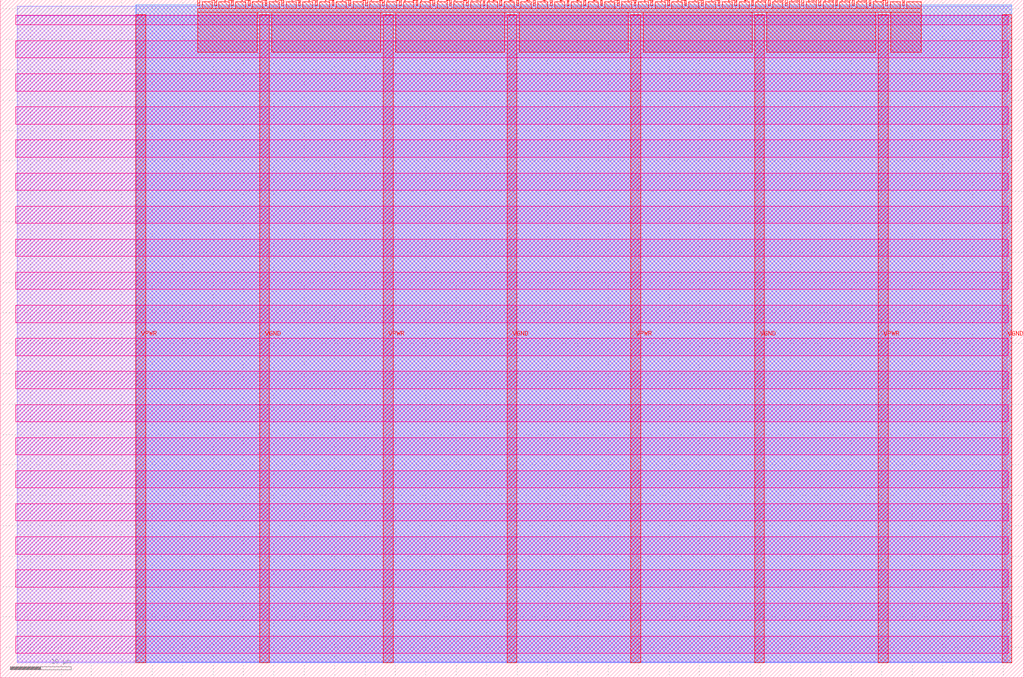
<source format=lef>
VERSION 5.7 ;
  NOWIREEXTENSIONATPIN ON ;
  DIVIDERCHAR "/" ;
  BUSBITCHARS "[]" ;
MACRO tt_um_BNNNeuron_dup
  CLASS BLOCK ;
  FOREIGN tt_um_BNNNeuron_dup ;
  ORIGIN 0.000 0.000 ;
  SIZE 168.360 BY 111.520 ;
  PIN VGND
    DIRECTION INOUT ;
    USE GROUND ;
    PORT
      LAYER met4 ;
        RECT 42.670 2.480 44.270 109.040 ;
    END
    PORT
      LAYER met4 ;
        RECT 83.380 2.480 84.980 109.040 ;
    END
    PORT
      LAYER met4 ;
        RECT 124.090 2.480 125.690 109.040 ;
    END
    PORT
      LAYER met4 ;
        RECT 164.800 2.480 166.400 109.040 ;
    END
  END VGND
  PIN VPWR
    DIRECTION INOUT ;
    USE POWER ;
    PORT
      LAYER met4 ;
        RECT 22.315 2.480 23.915 109.040 ;
    END
    PORT
      LAYER met4 ;
        RECT 63.025 2.480 64.625 109.040 ;
    END
    PORT
      LAYER met4 ;
        RECT 103.735 2.480 105.335 109.040 ;
    END
    PORT
      LAYER met4 ;
        RECT 144.445 2.480 146.045 109.040 ;
    END
  END VPWR
  PIN clk
    DIRECTION INPUT ;
    USE SIGNAL ;
    ANTENNAGATEAREA 0.852000 ;
    PORT
      LAYER met4 ;
        RECT 145.670 110.520 145.970 111.520 ;
    END
  END clk
  PIN ena
    DIRECTION INPUT ;
    USE SIGNAL ;
    ANTENNAGATEAREA 0.213000 ;
    PORT
      LAYER met4 ;
        RECT 148.430 110.520 148.730 111.520 ;
    END
  END ena
  PIN rst_n
    DIRECTION INPUT ;
    USE SIGNAL ;
    ANTENNAGATEAREA 0.247500 ;
    PORT
      LAYER met4 ;
        RECT 142.910 110.520 143.210 111.520 ;
    END
  END rst_n
  PIN ui_in[0]
    DIRECTION INPUT ;
    USE SIGNAL ;
    ANTENNAGATEAREA 0.196500 ;
    PORT
      LAYER met4 ;
        RECT 140.150 110.520 140.450 111.520 ;
    END
  END ui_in[0]
  PIN ui_in[1]
    DIRECTION INPUT ;
    USE SIGNAL ;
    ANTENNAGATEAREA 0.196500 ;
    PORT
      LAYER met4 ;
        RECT 137.390 110.520 137.690 111.520 ;
    END
  END ui_in[1]
  PIN ui_in[2]
    DIRECTION INPUT ;
    USE SIGNAL ;
    ANTENNAGATEAREA 0.196500 ;
    PORT
      LAYER met4 ;
        RECT 134.630 110.520 134.930 111.520 ;
    END
  END ui_in[2]
  PIN ui_in[3]
    DIRECTION INPUT ;
    USE SIGNAL ;
    ANTENNAGATEAREA 0.196500 ;
    PORT
      LAYER met4 ;
        RECT 131.870 110.520 132.170 111.520 ;
    END
  END ui_in[3]
  PIN ui_in[4]
    DIRECTION INPUT ;
    USE SIGNAL ;
    ANTENNAGATEAREA 0.196500 ;
    PORT
      LAYER met4 ;
        RECT 129.110 110.520 129.410 111.520 ;
    END
  END ui_in[4]
  PIN ui_in[5]
    DIRECTION INPUT ;
    USE SIGNAL ;
    ANTENNAGATEAREA 0.196500 ;
    PORT
      LAYER met4 ;
        RECT 126.350 110.520 126.650 111.520 ;
    END
  END ui_in[5]
  PIN ui_in[6]
    DIRECTION INPUT ;
    USE SIGNAL ;
    ANTENNAGATEAREA 0.196500 ;
    PORT
      LAYER met4 ;
        RECT 123.590 110.520 123.890 111.520 ;
    END
  END ui_in[6]
  PIN ui_in[7]
    DIRECTION INPUT ;
    USE SIGNAL ;
    ANTENNAGATEAREA 0.196500 ;
    PORT
      LAYER met4 ;
        RECT 120.830 110.520 121.130 111.520 ;
    END
  END ui_in[7]
  PIN uio_in[0]
    DIRECTION INPUT ;
    USE SIGNAL ;
    ANTENNAGATEAREA 0.196500 ;
    PORT
      LAYER met4 ;
        RECT 118.070 110.520 118.370 111.520 ;
    END
  END uio_in[0]
  PIN uio_in[1]
    DIRECTION INPUT ;
    USE SIGNAL ;
    ANTENNAGATEAREA 0.196500 ;
    PORT
      LAYER met4 ;
        RECT 115.310 110.520 115.610 111.520 ;
    END
  END uio_in[1]
  PIN uio_in[2]
    DIRECTION INPUT ;
    USE SIGNAL ;
    ANTENNAGATEAREA 0.196500 ;
    PORT
      LAYER met4 ;
        RECT 112.550 110.520 112.850 111.520 ;
    END
  END uio_in[2]
  PIN uio_in[3]
    DIRECTION INPUT ;
    USE SIGNAL ;
    ANTENNAGATEAREA 0.196500 ;
    PORT
      LAYER met4 ;
        RECT 109.790 110.520 110.090 111.520 ;
    END
  END uio_in[3]
  PIN uio_in[4]
    DIRECTION INPUT ;
    USE SIGNAL ;
    ANTENNAGATEAREA 0.196500 ;
    PORT
      LAYER met4 ;
        RECT 107.030 110.520 107.330 111.520 ;
    END
  END uio_in[4]
  PIN uio_in[5]
    DIRECTION INPUT ;
    USE SIGNAL ;
    ANTENNAGATEAREA 0.196500 ;
    PORT
      LAYER met4 ;
        RECT 104.270 110.520 104.570 111.520 ;
    END
  END uio_in[5]
  PIN uio_in[6]
    DIRECTION INPUT ;
    USE SIGNAL ;
    ANTENNAGATEAREA 0.196500 ;
    PORT
      LAYER met4 ;
        RECT 101.510 110.520 101.810 111.520 ;
    END
  END uio_in[6]
  PIN uio_in[7]
    DIRECTION INPUT ;
    USE SIGNAL ;
    ANTENNAGATEAREA 0.196500 ;
    PORT
      LAYER met4 ;
        RECT 98.750 110.520 99.050 111.520 ;
    END
  END uio_in[7]
  PIN uio_oe[0]
    DIRECTION OUTPUT TRISTATE ;
    USE SIGNAL ;
    PORT
      LAYER met4 ;
        RECT 51.830 110.520 52.130 111.520 ;
    END
  END uio_oe[0]
  PIN uio_oe[1]
    DIRECTION OUTPUT TRISTATE ;
    USE SIGNAL ;
    PORT
      LAYER met4 ;
        RECT 49.070 110.520 49.370 111.520 ;
    END
  END uio_oe[1]
  PIN uio_oe[2]
    DIRECTION OUTPUT TRISTATE ;
    USE SIGNAL ;
    PORT
      LAYER met4 ;
        RECT 46.310 110.520 46.610 111.520 ;
    END
  END uio_oe[2]
  PIN uio_oe[3]
    DIRECTION OUTPUT TRISTATE ;
    USE SIGNAL ;
    PORT
      LAYER met4 ;
        RECT 43.550 110.520 43.850 111.520 ;
    END
  END uio_oe[3]
  PIN uio_oe[4]
    DIRECTION OUTPUT TRISTATE ;
    USE SIGNAL ;
    PORT
      LAYER met4 ;
        RECT 40.790 110.520 41.090 111.520 ;
    END
  END uio_oe[4]
  PIN uio_oe[5]
    DIRECTION OUTPUT TRISTATE ;
    USE SIGNAL ;
    PORT
      LAYER met4 ;
        RECT 38.030 110.520 38.330 111.520 ;
    END
  END uio_oe[5]
  PIN uio_oe[6]
    DIRECTION OUTPUT TRISTATE ;
    USE SIGNAL ;
    PORT
      LAYER met4 ;
        RECT 35.270 110.520 35.570 111.520 ;
    END
  END uio_oe[6]
  PIN uio_oe[7]
    DIRECTION OUTPUT TRISTATE ;
    USE SIGNAL ;
    PORT
      LAYER met4 ;
        RECT 32.510 110.520 32.810 111.520 ;
    END
  END uio_oe[7]
  PIN uio_out[0]
    DIRECTION OUTPUT TRISTATE ;
    USE SIGNAL ;
    PORT
      LAYER met4 ;
        RECT 73.910 110.520 74.210 111.520 ;
    END
  END uio_out[0]
  PIN uio_out[1]
    DIRECTION OUTPUT TRISTATE ;
    USE SIGNAL ;
    PORT
      LAYER met4 ;
        RECT 71.150 110.520 71.450 111.520 ;
    END
  END uio_out[1]
  PIN uio_out[2]
    DIRECTION OUTPUT TRISTATE ;
    USE SIGNAL ;
    PORT
      LAYER met4 ;
        RECT 68.390 110.520 68.690 111.520 ;
    END
  END uio_out[2]
  PIN uio_out[3]
    DIRECTION OUTPUT TRISTATE ;
    USE SIGNAL ;
    PORT
      LAYER met4 ;
        RECT 65.630 110.520 65.930 111.520 ;
    END
  END uio_out[3]
  PIN uio_out[4]
    DIRECTION OUTPUT TRISTATE ;
    USE SIGNAL ;
    PORT
      LAYER met4 ;
        RECT 62.870 110.520 63.170 111.520 ;
    END
  END uio_out[4]
  PIN uio_out[5]
    DIRECTION OUTPUT TRISTATE ;
    USE SIGNAL ;
    PORT
      LAYER met4 ;
        RECT 60.110 110.520 60.410 111.520 ;
    END
  END uio_out[5]
  PIN uio_out[6]
    DIRECTION OUTPUT TRISTATE ;
    USE SIGNAL ;
    PORT
      LAYER met4 ;
        RECT 57.350 110.520 57.650 111.520 ;
    END
  END uio_out[6]
  PIN uio_out[7]
    DIRECTION OUTPUT TRISTATE ;
    USE SIGNAL ;
    PORT
      LAYER met4 ;
        RECT 54.590 110.520 54.890 111.520 ;
    END
  END uio_out[7]
  PIN uo_out[0]
    DIRECTION OUTPUT TRISTATE ;
    USE SIGNAL ;
    PORT
      LAYER met4 ;
        RECT 95.990 110.520 96.290 111.520 ;
    END
  END uo_out[0]
  PIN uo_out[1]
    DIRECTION OUTPUT TRISTATE ;
    USE SIGNAL ;
    PORT
      LAYER met4 ;
        RECT 93.230 110.520 93.530 111.520 ;
    END
  END uo_out[1]
  PIN uo_out[2]
    DIRECTION OUTPUT TRISTATE ;
    USE SIGNAL ;
    PORT
      LAYER met4 ;
        RECT 90.470 110.520 90.770 111.520 ;
    END
  END uo_out[2]
  PIN uo_out[3]
    DIRECTION OUTPUT TRISTATE ;
    USE SIGNAL ;
    PORT
      LAYER met4 ;
        RECT 87.710 110.520 88.010 111.520 ;
    END
  END uo_out[3]
  PIN uo_out[4]
    DIRECTION OUTPUT TRISTATE ;
    USE SIGNAL ;
    PORT
      LAYER met4 ;
        RECT 84.950 110.520 85.250 111.520 ;
    END
  END uo_out[4]
  PIN uo_out[5]
    DIRECTION OUTPUT TRISTATE ;
    USE SIGNAL ;
    PORT
      LAYER met4 ;
        RECT 82.190 110.520 82.490 111.520 ;
    END
  END uo_out[5]
  PIN uo_out[6]
    DIRECTION OUTPUT TRISTATE ;
    USE SIGNAL ;
    PORT
      LAYER met4 ;
        RECT 79.430 110.520 79.730 111.520 ;
    END
  END uo_out[6]
  PIN uo_out[7]
    DIRECTION OUTPUT TRISTATE ;
    USE SIGNAL ;
    ANTENNADIFFAREA 0.445500 ;
    PORT
      LAYER met4 ;
        RECT 76.670 110.520 76.970 111.520 ;
    END
  END uo_out[7]
  OBS
      LAYER nwell ;
        RECT 2.570 107.385 165.790 108.990 ;
        RECT 2.570 101.945 165.790 104.775 ;
        RECT 2.570 96.505 165.790 99.335 ;
        RECT 2.570 91.065 165.790 93.895 ;
        RECT 2.570 85.625 165.790 88.455 ;
        RECT 2.570 80.185 165.790 83.015 ;
        RECT 2.570 74.745 165.790 77.575 ;
        RECT 2.570 69.305 165.790 72.135 ;
        RECT 2.570 63.865 165.790 66.695 ;
        RECT 2.570 58.425 165.790 61.255 ;
        RECT 2.570 52.985 165.790 55.815 ;
        RECT 2.570 47.545 165.790 50.375 ;
        RECT 2.570 42.105 165.790 44.935 ;
        RECT 2.570 36.665 165.790 39.495 ;
        RECT 2.570 31.225 165.790 34.055 ;
        RECT 2.570 25.785 165.790 28.615 ;
        RECT 2.570 20.345 165.790 23.175 ;
        RECT 2.570 14.905 165.790 17.735 ;
        RECT 2.570 9.465 165.790 12.295 ;
        RECT 2.570 4.025 165.790 6.855 ;
      LAYER li1 ;
        RECT 2.760 2.635 165.600 108.885 ;
      LAYER met1 ;
        RECT 2.760 2.480 166.400 110.460 ;
      LAYER met2 ;
        RECT 22.345 2.535 166.370 110.685 ;
      LAYER met3 ;
        RECT 22.325 2.555 166.390 110.665 ;
      LAYER met4 ;
        RECT 33.210 110.120 34.870 111.170 ;
        RECT 35.970 110.120 37.630 111.170 ;
        RECT 38.730 110.120 40.390 111.170 ;
        RECT 41.490 110.120 43.150 111.170 ;
        RECT 44.250 110.120 45.910 111.170 ;
        RECT 47.010 110.120 48.670 111.170 ;
        RECT 49.770 110.120 51.430 111.170 ;
        RECT 52.530 110.120 54.190 111.170 ;
        RECT 55.290 110.120 56.950 111.170 ;
        RECT 58.050 110.120 59.710 111.170 ;
        RECT 60.810 110.120 62.470 111.170 ;
        RECT 63.570 110.120 65.230 111.170 ;
        RECT 66.330 110.120 67.990 111.170 ;
        RECT 69.090 110.120 70.750 111.170 ;
        RECT 71.850 110.120 73.510 111.170 ;
        RECT 74.610 110.120 76.270 111.170 ;
        RECT 77.370 110.120 79.030 111.170 ;
        RECT 80.130 110.120 81.790 111.170 ;
        RECT 82.890 110.120 84.550 111.170 ;
        RECT 85.650 110.120 87.310 111.170 ;
        RECT 88.410 110.120 90.070 111.170 ;
        RECT 91.170 110.120 92.830 111.170 ;
        RECT 93.930 110.120 95.590 111.170 ;
        RECT 96.690 110.120 98.350 111.170 ;
        RECT 99.450 110.120 101.110 111.170 ;
        RECT 102.210 110.120 103.870 111.170 ;
        RECT 104.970 110.120 106.630 111.170 ;
        RECT 107.730 110.120 109.390 111.170 ;
        RECT 110.490 110.120 112.150 111.170 ;
        RECT 113.250 110.120 114.910 111.170 ;
        RECT 116.010 110.120 117.670 111.170 ;
        RECT 118.770 110.120 120.430 111.170 ;
        RECT 121.530 110.120 123.190 111.170 ;
        RECT 124.290 110.120 125.950 111.170 ;
        RECT 127.050 110.120 128.710 111.170 ;
        RECT 129.810 110.120 131.470 111.170 ;
        RECT 132.570 110.120 134.230 111.170 ;
        RECT 135.330 110.120 136.990 111.170 ;
        RECT 138.090 110.120 139.750 111.170 ;
        RECT 140.850 110.120 142.510 111.170 ;
        RECT 143.610 110.120 145.270 111.170 ;
        RECT 146.370 110.120 148.030 111.170 ;
        RECT 149.130 110.120 151.505 111.170 ;
        RECT 32.495 109.440 151.505 110.120 ;
        RECT 32.495 102.855 42.270 109.440 ;
        RECT 44.670 102.855 62.625 109.440 ;
        RECT 65.025 102.855 82.980 109.440 ;
        RECT 85.380 102.855 103.335 109.440 ;
        RECT 105.735 102.855 123.690 109.440 ;
        RECT 126.090 102.855 144.045 109.440 ;
        RECT 146.445 102.855 151.505 109.440 ;
  END
END tt_um_BNNNeuron_dup
END LIBRARY


</source>
